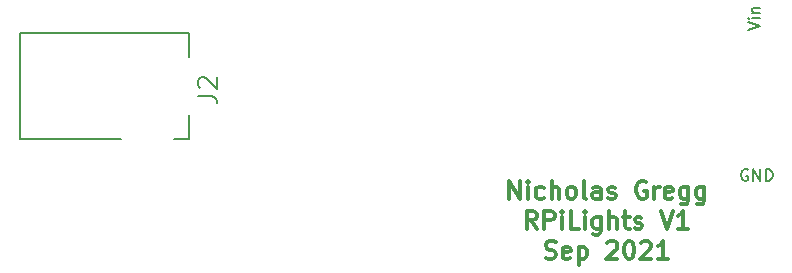
<source format=gto>
G04 #@! TF.GenerationSoftware,KiCad,Pcbnew,(5.1.10)-1*
G04 #@! TF.CreationDate,2021-09-06T14:57:21-05:00*
G04 #@! TF.ProjectId,RGBHat,52474248-6174-42e6-9b69-6361645f7063,1.0*
G04 #@! TF.SameCoordinates,Original*
G04 #@! TF.FileFunction,Legend,Top*
G04 #@! TF.FilePolarity,Positive*
%FSLAX46Y46*%
G04 Gerber Fmt 4.6, Leading zero omitted, Abs format (unit mm)*
G04 Created by KiCad (PCBNEW (5.1.10)-1) date 2021-09-06 14:57:21*
%MOMM*%
%LPD*%
G01*
G04 APERTURE LIST*
%ADD10C,0.300000*%
%ADD11C,0.200000*%
%ADD12C,0.150000*%
G04 APERTURE END LIST*
D10*
X158502000Y-114286571D02*
X158502000Y-112786571D01*
X159359142Y-114286571D01*
X159359142Y-112786571D01*
X160073428Y-114286571D02*
X160073428Y-113286571D01*
X160073428Y-112786571D02*
X160002000Y-112858000D01*
X160073428Y-112929428D01*
X160144857Y-112858000D01*
X160073428Y-112786571D01*
X160073428Y-112929428D01*
X161430571Y-114215142D02*
X161287714Y-114286571D01*
X161002000Y-114286571D01*
X160859142Y-114215142D01*
X160787714Y-114143714D01*
X160716285Y-114000857D01*
X160716285Y-113572285D01*
X160787714Y-113429428D01*
X160859142Y-113358000D01*
X161002000Y-113286571D01*
X161287714Y-113286571D01*
X161430571Y-113358000D01*
X162073428Y-114286571D02*
X162073428Y-112786571D01*
X162716285Y-114286571D02*
X162716285Y-113500857D01*
X162644857Y-113358000D01*
X162502000Y-113286571D01*
X162287714Y-113286571D01*
X162144857Y-113358000D01*
X162073428Y-113429428D01*
X163644857Y-114286571D02*
X163502000Y-114215142D01*
X163430571Y-114143714D01*
X163359142Y-114000857D01*
X163359142Y-113572285D01*
X163430571Y-113429428D01*
X163502000Y-113358000D01*
X163644857Y-113286571D01*
X163859142Y-113286571D01*
X164002000Y-113358000D01*
X164073428Y-113429428D01*
X164144857Y-113572285D01*
X164144857Y-114000857D01*
X164073428Y-114143714D01*
X164002000Y-114215142D01*
X163859142Y-114286571D01*
X163644857Y-114286571D01*
X165002000Y-114286571D02*
X164859142Y-114215142D01*
X164787714Y-114072285D01*
X164787714Y-112786571D01*
X166216285Y-114286571D02*
X166216285Y-113500857D01*
X166144857Y-113358000D01*
X166002000Y-113286571D01*
X165716285Y-113286571D01*
X165573428Y-113358000D01*
X166216285Y-114215142D02*
X166073428Y-114286571D01*
X165716285Y-114286571D01*
X165573428Y-114215142D01*
X165502000Y-114072285D01*
X165502000Y-113929428D01*
X165573428Y-113786571D01*
X165716285Y-113715142D01*
X166073428Y-113715142D01*
X166216285Y-113643714D01*
X166859142Y-114215142D02*
X167002000Y-114286571D01*
X167287714Y-114286571D01*
X167430571Y-114215142D01*
X167502000Y-114072285D01*
X167502000Y-114000857D01*
X167430571Y-113858000D01*
X167287714Y-113786571D01*
X167073428Y-113786571D01*
X166930571Y-113715142D01*
X166859142Y-113572285D01*
X166859142Y-113500857D01*
X166930571Y-113358000D01*
X167073428Y-113286571D01*
X167287714Y-113286571D01*
X167430571Y-113358000D01*
X170073428Y-112858000D02*
X169930571Y-112786571D01*
X169716285Y-112786571D01*
X169502000Y-112858000D01*
X169359142Y-113000857D01*
X169287714Y-113143714D01*
X169216285Y-113429428D01*
X169216285Y-113643714D01*
X169287714Y-113929428D01*
X169359142Y-114072285D01*
X169502000Y-114215142D01*
X169716285Y-114286571D01*
X169859142Y-114286571D01*
X170073428Y-114215142D01*
X170144857Y-114143714D01*
X170144857Y-113643714D01*
X169859142Y-113643714D01*
X170787714Y-114286571D02*
X170787714Y-113286571D01*
X170787714Y-113572285D02*
X170859142Y-113429428D01*
X170930571Y-113358000D01*
X171073428Y-113286571D01*
X171216285Y-113286571D01*
X172287714Y-114215142D02*
X172144857Y-114286571D01*
X171859142Y-114286571D01*
X171716285Y-114215142D01*
X171644857Y-114072285D01*
X171644857Y-113500857D01*
X171716285Y-113358000D01*
X171859142Y-113286571D01*
X172144857Y-113286571D01*
X172287714Y-113358000D01*
X172359142Y-113500857D01*
X172359142Y-113643714D01*
X171644857Y-113786571D01*
X173644857Y-113286571D02*
X173644857Y-114500857D01*
X173573428Y-114643714D01*
X173502000Y-114715142D01*
X173359142Y-114786571D01*
X173144857Y-114786571D01*
X173002000Y-114715142D01*
X173644857Y-114215142D02*
X173502000Y-114286571D01*
X173216285Y-114286571D01*
X173073428Y-114215142D01*
X173002000Y-114143714D01*
X172930571Y-114000857D01*
X172930571Y-113572285D01*
X173002000Y-113429428D01*
X173073428Y-113358000D01*
X173216285Y-113286571D01*
X173502000Y-113286571D01*
X173644857Y-113358000D01*
X175002000Y-113286571D02*
X175002000Y-114500857D01*
X174930571Y-114643714D01*
X174859142Y-114715142D01*
X174716285Y-114786571D01*
X174502000Y-114786571D01*
X174359142Y-114715142D01*
X175002000Y-114215142D02*
X174859142Y-114286571D01*
X174573428Y-114286571D01*
X174430571Y-114215142D01*
X174359142Y-114143714D01*
X174287714Y-114000857D01*
X174287714Y-113572285D01*
X174359142Y-113429428D01*
X174430571Y-113358000D01*
X174573428Y-113286571D01*
X174859142Y-113286571D01*
X175002000Y-113358000D01*
X160823428Y-116836571D02*
X160323428Y-116122285D01*
X159966285Y-116836571D02*
X159966285Y-115336571D01*
X160537714Y-115336571D01*
X160680571Y-115408000D01*
X160752000Y-115479428D01*
X160823428Y-115622285D01*
X160823428Y-115836571D01*
X160752000Y-115979428D01*
X160680571Y-116050857D01*
X160537714Y-116122285D01*
X159966285Y-116122285D01*
X161466285Y-116836571D02*
X161466285Y-115336571D01*
X162037714Y-115336571D01*
X162180571Y-115408000D01*
X162252000Y-115479428D01*
X162323428Y-115622285D01*
X162323428Y-115836571D01*
X162252000Y-115979428D01*
X162180571Y-116050857D01*
X162037714Y-116122285D01*
X161466285Y-116122285D01*
X162966285Y-116836571D02*
X162966285Y-115836571D01*
X162966285Y-115336571D02*
X162894857Y-115408000D01*
X162966285Y-115479428D01*
X163037714Y-115408000D01*
X162966285Y-115336571D01*
X162966285Y-115479428D01*
X164394857Y-116836571D02*
X163680571Y-116836571D01*
X163680571Y-115336571D01*
X164894857Y-116836571D02*
X164894857Y-115836571D01*
X164894857Y-115336571D02*
X164823428Y-115408000D01*
X164894857Y-115479428D01*
X164966285Y-115408000D01*
X164894857Y-115336571D01*
X164894857Y-115479428D01*
X166252000Y-115836571D02*
X166252000Y-117050857D01*
X166180571Y-117193714D01*
X166109142Y-117265142D01*
X165966285Y-117336571D01*
X165752000Y-117336571D01*
X165609142Y-117265142D01*
X166252000Y-116765142D02*
X166109142Y-116836571D01*
X165823428Y-116836571D01*
X165680571Y-116765142D01*
X165609142Y-116693714D01*
X165537714Y-116550857D01*
X165537714Y-116122285D01*
X165609142Y-115979428D01*
X165680571Y-115908000D01*
X165823428Y-115836571D01*
X166109142Y-115836571D01*
X166252000Y-115908000D01*
X166966285Y-116836571D02*
X166966285Y-115336571D01*
X167609142Y-116836571D02*
X167609142Y-116050857D01*
X167537714Y-115908000D01*
X167394857Y-115836571D01*
X167180571Y-115836571D01*
X167037714Y-115908000D01*
X166966285Y-115979428D01*
X168109142Y-115836571D02*
X168680571Y-115836571D01*
X168323428Y-115336571D02*
X168323428Y-116622285D01*
X168394857Y-116765142D01*
X168537714Y-116836571D01*
X168680571Y-116836571D01*
X169109142Y-116765142D02*
X169252000Y-116836571D01*
X169537714Y-116836571D01*
X169680571Y-116765142D01*
X169752000Y-116622285D01*
X169752000Y-116550857D01*
X169680571Y-116408000D01*
X169537714Y-116336571D01*
X169323428Y-116336571D01*
X169180571Y-116265142D01*
X169109142Y-116122285D01*
X169109142Y-116050857D01*
X169180571Y-115908000D01*
X169323428Y-115836571D01*
X169537714Y-115836571D01*
X169680571Y-115908000D01*
X171323428Y-115336571D02*
X171823428Y-116836571D01*
X172323428Y-115336571D01*
X173609142Y-116836571D02*
X172752000Y-116836571D01*
X173180571Y-116836571D02*
X173180571Y-115336571D01*
X173037714Y-115550857D01*
X172894857Y-115693714D01*
X172752000Y-115765142D01*
X161573428Y-119315142D02*
X161787714Y-119386571D01*
X162144857Y-119386571D01*
X162287714Y-119315142D01*
X162359142Y-119243714D01*
X162430571Y-119100857D01*
X162430571Y-118958000D01*
X162359142Y-118815142D01*
X162287714Y-118743714D01*
X162144857Y-118672285D01*
X161859142Y-118600857D01*
X161716285Y-118529428D01*
X161644857Y-118458000D01*
X161573428Y-118315142D01*
X161573428Y-118172285D01*
X161644857Y-118029428D01*
X161716285Y-117958000D01*
X161859142Y-117886571D01*
X162216285Y-117886571D01*
X162430571Y-117958000D01*
X163644857Y-119315142D02*
X163502000Y-119386571D01*
X163216285Y-119386571D01*
X163073428Y-119315142D01*
X163002000Y-119172285D01*
X163002000Y-118600857D01*
X163073428Y-118458000D01*
X163216285Y-118386571D01*
X163502000Y-118386571D01*
X163644857Y-118458000D01*
X163716285Y-118600857D01*
X163716285Y-118743714D01*
X163002000Y-118886571D01*
X164359142Y-118386571D02*
X164359142Y-119886571D01*
X164359142Y-118458000D02*
X164502000Y-118386571D01*
X164787714Y-118386571D01*
X164930571Y-118458000D01*
X165002000Y-118529428D01*
X165073428Y-118672285D01*
X165073428Y-119100857D01*
X165002000Y-119243714D01*
X164930571Y-119315142D01*
X164787714Y-119386571D01*
X164502000Y-119386571D01*
X164359142Y-119315142D01*
X166787714Y-118029428D02*
X166859142Y-117958000D01*
X167002000Y-117886571D01*
X167359142Y-117886571D01*
X167502000Y-117958000D01*
X167573428Y-118029428D01*
X167644857Y-118172285D01*
X167644857Y-118315142D01*
X167573428Y-118529428D01*
X166716285Y-119386571D01*
X167644857Y-119386571D01*
X168573428Y-117886571D02*
X168716285Y-117886571D01*
X168859142Y-117958000D01*
X168930571Y-118029428D01*
X169002000Y-118172285D01*
X169073428Y-118458000D01*
X169073428Y-118815142D01*
X169002000Y-119100857D01*
X168930571Y-119243714D01*
X168859142Y-119315142D01*
X168716285Y-119386571D01*
X168573428Y-119386571D01*
X168430571Y-119315142D01*
X168359142Y-119243714D01*
X168287714Y-119100857D01*
X168216285Y-118815142D01*
X168216285Y-118458000D01*
X168287714Y-118172285D01*
X168359142Y-118029428D01*
X168430571Y-117958000D01*
X168573428Y-117886571D01*
X169644857Y-118029428D02*
X169716285Y-117958000D01*
X169859142Y-117886571D01*
X170216285Y-117886571D01*
X170359142Y-117958000D01*
X170430571Y-118029428D01*
X170502000Y-118172285D01*
X170502000Y-118315142D01*
X170430571Y-118529428D01*
X169573428Y-119386571D01*
X170502000Y-119386571D01*
X171930571Y-119386571D02*
X171073428Y-119386571D01*
X171502000Y-119386571D02*
X171502000Y-117886571D01*
X171359142Y-118100857D01*
X171216285Y-118243714D01*
X171073428Y-118315142D01*
D11*
X131372000Y-109228000D02*
X130122000Y-109228000D01*
X131372000Y-107178000D02*
X131372000Y-109228000D01*
X117072000Y-109228000D02*
X125622000Y-109228000D01*
X117072000Y-100228000D02*
X117072000Y-109228000D01*
X131372000Y-100228000D02*
X117072000Y-100228000D01*
X131372000Y-102278000D02*
X131372000Y-100228000D01*
D12*
X132115464Y-105591730D02*
X133258850Y-105591730D01*
X133487527Y-105667955D01*
X133639978Y-105820407D01*
X133716204Y-106049084D01*
X133716204Y-106201535D01*
X132267915Y-104905698D02*
X132191690Y-104829472D01*
X132115464Y-104677021D01*
X132115464Y-104295892D01*
X132191690Y-104143441D01*
X132267915Y-104067215D01*
X132420367Y-103990990D01*
X132572818Y-103990990D01*
X132801495Y-104067215D01*
X133716204Y-104981924D01*
X133716204Y-103990990D01*
D11*
X178690095Y-111848000D02*
X178594857Y-111800380D01*
X178452000Y-111800380D01*
X178309142Y-111848000D01*
X178213904Y-111943238D01*
X178166285Y-112038476D01*
X178118666Y-112228952D01*
X178118666Y-112371809D01*
X178166285Y-112562285D01*
X178213904Y-112657523D01*
X178309142Y-112752761D01*
X178452000Y-112800380D01*
X178547238Y-112800380D01*
X178690095Y-112752761D01*
X178737714Y-112705142D01*
X178737714Y-112371809D01*
X178547238Y-112371809D01*
X179166285Y-112800380D02*
X179166285Y-111800380D01*
X179737714Y-112800380D01*
X179737714Y-111800380D01*
X180213904Y-112800380D02*
X180213904Y-111800380D01*
X180452000Y-111800380D01*
X180594857Y-111848000D01*
X180690095Y-111943238D01*
X180737714Y-112038476D01*
X180785333Y-112228952D01*
X180785333Y-112371809D01*
X180737714Y-112562285D01*
X180690095Y-112657523D01*
X180594857Y-112752761D01*
X180452000Y-112800380D01*
X180213904Y-112800380D01*
X178714380Y-100021809D02*
X179714380Y-99688476D01*
X178714380Y-99355142D01*
X179714380Y-99021809D02*
X179047714Y-99021809D01*
X178714380Y-99021809D02*
X178762000Y-99069428D01*
X178809619Y-99021809D01*
X178762000Y-98974190D01*
X178714380Y-99021809D01*
X178809619Y-99021809D01*
X179047714Y-98545619D02*
X179714380Y-98545619D01*
X179142952Y-98545619D02*
X179095333Y-98498000D01*
X179047714Y-98402761D01*
X179047714Y-98259904D01*
X179095333Y-98164666D01*
X179190571Y-98117047D01*
X179714380Y-98117047D01*
M02*

</source>
